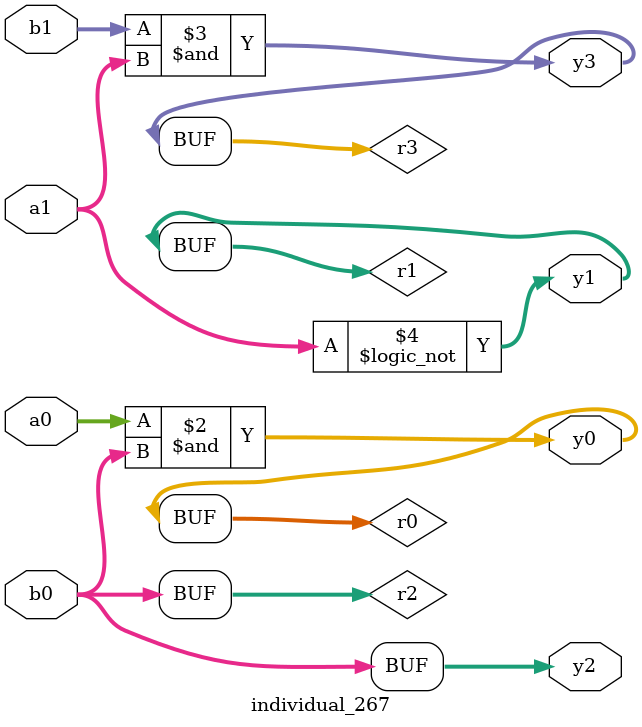
<source format=sv>
module individual_267(input logic [15:0] a1, input logic [15:0] a0, input logic [15:0] b1, input logic [15:0] b0, output logic [15:0] y3, output logic [15:0] y2, output logic [15:0] y1, output logic [15:0] y0);
logic [15:0] r0, r1, r2, r3; 
 always@(*) begin 
	 r0 = a0; r1 = a1; r2 = b0; r3 = b1; 
 	 r0  &=  b0 ;
 	 r3  &=  a1 ;
 	 r1 = ! a1 ;
 	 y3 = r3; y2 = r2; y1 = r1; y0 = r0; 
end
endmodule
</source>
